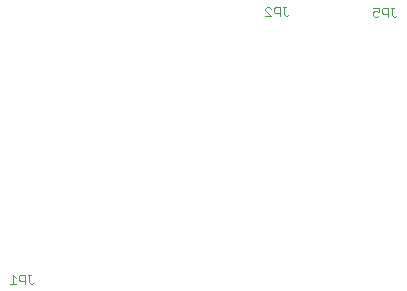
<source format=gbo>
G75*
%MOIN*%
%OFA0B0*%
%FSLAX25Y25*%
%IPPOS*%
%LPD*%
%AMOC8*
5,1,8,0,0,1.08239X$1,22.5*
%
%ADD10C,0.00300*%
D10*
X0220434Y0172442D02*
X0222369Y0172442D01*
X0221401Y0172442D02*
X0221401Y0175345D01*
X0222369Y0174377D01*
X0223380Y0173893D02*
X0223864Y0173410D01*
X0225315Y0173410D01*
X0225315Y0172442D02*
X0225315Y0175345D01*
X0223864Y0175345D01*
X0223380Y0174861D01*
X0223380Y0173893D01*
X0226327Y0175345D02*
X0227294Y0175345D01*
X0226811Y0175345D02*
X0226811Y0172926D01*
X0227294Y0172442D01*
X0227778Y0172442D01*
X0228262Y0172926D01*
X0305434Y0261692D02*
X0307369Y0261692D01*
X0305434Y0263627D01*
X0305434Y0264111D01*
X0305918Y0264595D01*
X0306885Y0264595D01*
X0307369Y0264111D01*
X0308380Y0264111D02*
X0308380Y0263143D01*
X0308864Y0262660D01*
X0310315Y0262660D01*
X0310315Y0261692D02*
X0310315Y0264595D01*
X0308864Y0264595D01*
X0308380Y0264111D01*
X0311327Y0264595D02*
X0312294Y0264595D01*
X0311811Y0264595D02*
X0311811Y0262176D01*
X0312294Y0261692D01*
X0312778Y0261692D01*
X0313262Y0262176D01*
X0341434Y0261926D02*
X0341918Y0261442D01*
X0342885Y0261442D01*
X0343369Y0261926D01*
X0343369Y0262893D02*
X0342401Y0263377D01*
X0341918Y0263377D01*
X0341434Y0262893D01*
X0341434Y0261926D01*
X0343369Y0262893D02*
X0343369Y0264345D01*
X0341434Y0264345D01*
X0344380Y0263861D02*
X0344864Y0264345D01*
X0346315Y0264345D01*
X0346315Y0261442D01*
X0346315Y0262410D02*
X0344864Y0262410D01*
X0344380Y0262893D01*
X0344380Y0263861D01*
X0347327Y0264345D02*
X0348294Y0264345D01*
X0347811Y0264345D02*
X0347811Y0261926D01*
X0348294Y0261442D01*
X0348778Y0261442D01*
X0349262Y0261926D01*
M02*

</source>
